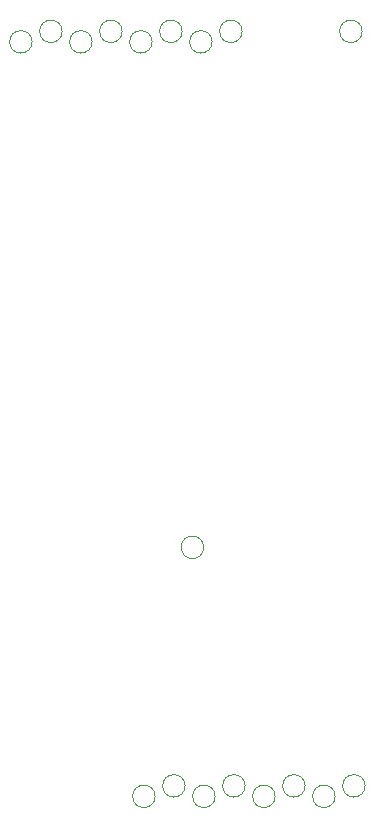
<source format=gbo>
G04 #@! TF.GenerationSoftware,KiCad,Pcbnew,6.0.2+dfsg-1*
G04 #@! TF.CreationDate,2024-05-29T15:52:29-06:00*
G04 #@! TF.ProjectId,ard-ltc2499,6172642d-6c74-4633-9234-39392e6b6963,rev?*
G04 #@! TF.SameCoordinates,Original*
G04 #@! TF.FileFunction,Legend,Bot*
G04 #@! TF.FilePolarity,Positive*
%FSLAX46Y46*%
G04 Gerber Fmt 4.6, Leading zero omitted, Abs format (unit mm)*
G04 Created by KiCad (PCBNEW 6.0.2+dfsg-1) date 2024-05-29 15:52:29*
%MOMM*%
%LPD*%
G01*
G04 APERTURE LIST*
%ADD10C,0.120000*%
G04 APERTURE END LIST*
D10*
X140904000Y-129921000D02*
G75*
G03*
X140904000Y-129921000I-950000J0D01*
G01*
X130490000Y-66040000D02*
G75*
G03*
X130490000Y-66040000I-950000J0D01*
G01*
X148524000Y-130810000D02*
G75*
G03*
X148524000Y-130810000I-950000J0D01*
G01*
X138364000Y-130810000D02*
G75*
G03*
X138364000Y-130810000I-950000J0D01*
G01*
X151064000Y-129921000D02*
G75*
G03*
X151064000Y-129921000I-950000J0D01*
G01*
X122870000Y-66929000D02*
G75*
G03*
X122870000Y-66929000I-950000J0D01*
G01*
X125410000Y-66040000D02*
G75*
G03*
X125410000Y-66040000I-950000J0D01*
G01*
X143444000Y-130810000D02*
G75*
G03*
X143444000Y-130810000I-950000J0D01*
G01*
X137398800Y-109728000D02*
G75*
G03*
X137398800Y-109728000I-950000J0D01*
G01*
X138110000Y-66929000D02*
G75*
G03*
X138110000Y-66929000I-950000J0D01*
G01*
X145984000Y-129921000D02*
G75*
G03*
X145984000Y-129921000I-950000J0D01*
G01*
X127950000Y-66929000D02*
G75*
G03*
X127950000Y-66929000I-950000J0D01*
G01*
X133284000Y-130810000D02*
G75*
G03*
X133284000Y-130810000I-950000J0D01*
G01*
X150810000Y-66040000D02*
G75*
G03*
X150810000Y-66040000I-950000J0D01*
G01*
X135824000Y-129921000D02*
G75*
G03*
X135824000Y-129921000I-950000J0D01*
G01*
X140650000Y-66040000D02*
G75*
G03*
X140650000Y-66040000I-950000J0D01*
G01*
X133030000Y-66929000D02*
G75*
G03*
X133030000Y-66929000I-950000J0D01*
G01*
X135570000Y-66040000D02*
G75*
G03*
X135570000Y-66040000I-950000J0D01*
G01*
M02*

</source>
